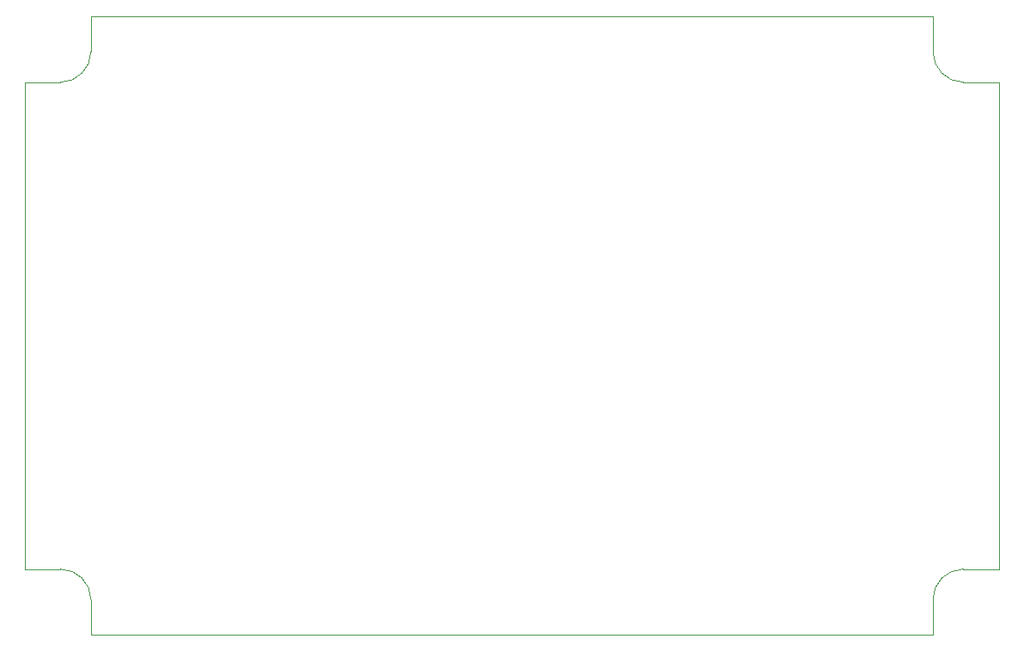
<source format=gbr>
%FSLAX34Y34*%
G04 Gerber Fmt 3.4, Leading zero omitted, Abs format*
G04 (created by PCBNEW (2014-jan-25)-product) date Sat 06 Jun 2015 15:54:02 BST*
%MOIN*%
G01*
G70*
G90*
G04 APERTURE LIST*
%ADD10C,0.005906*%
%ADD11C,0.003937*%
G04 APERTURE END LIST*
G54D10*
G54D11*
X11220Y-58070D02*
X9842Y-58070D01*
X12401Y-59251D02*
X12401Y-60629D01*
X12401Y-59251D02*
G75*
G03X11220Y-58070I-1181J0D01*
G74*
G01*
X11220Y-39173D02*
X9842Y-39173D01*
X12401Y-37992D02*
X12401Y-36614D01*
X11220Y-39173D02*
G75*
G03X12401Y-37992I0J1181D01*
G74*
G01*
X46259Y-58070D02*
X47637Y-58070D01*
X45078Y-59251D02*
X45078Y-60629D01*
X46259Y-58070D02*
G75*
G03X45078Y-59251I0J-1181D01*
G74*
G01*
X45078Y-37992D02*
X45078Y-36614D01*
X46259Y-39173D02*
X47637Y-39173D01*
X45078Y-37992D02*
G75*
G03X46259Y-39173I1181J0D01*
G74*
G01*
X9842Y-58070D02*
X9842Y-39173D01*
X45078Y-60629D02*
X12401Y-60629D01*
X47637Y-39173D02*
X47637Y-58070D01*
X12401Y-36614D02*
X45078Y-36614D01*
M02*

</source>
